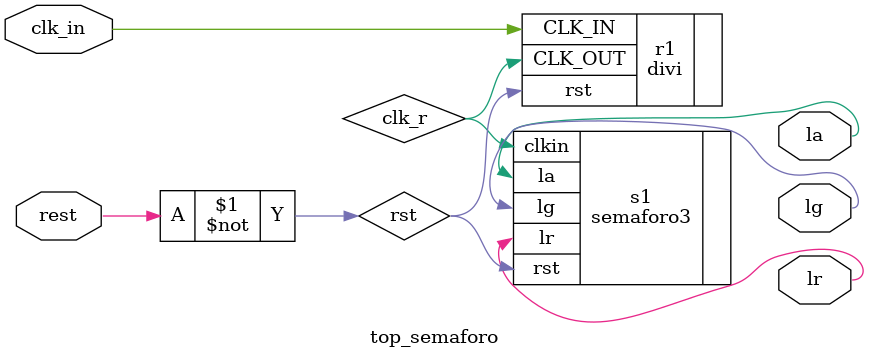
<source format=v>
module top_semaforo(clk_in, rest, lr, lg, la);

input clk_in, rest;
output lr, lg, la;

wire clk_r, rst;
assign rst = ~rest;

divi r1(
.CLK_OUT(clk_r),
.rst(rst),
.CLK_IN(clk_in)
);

semaforo3 s1(
.clkin(clk_r),
.rst(rst),
.lr(lr),
.lg(lg),
.la(la)
);
endmodule
</source>
